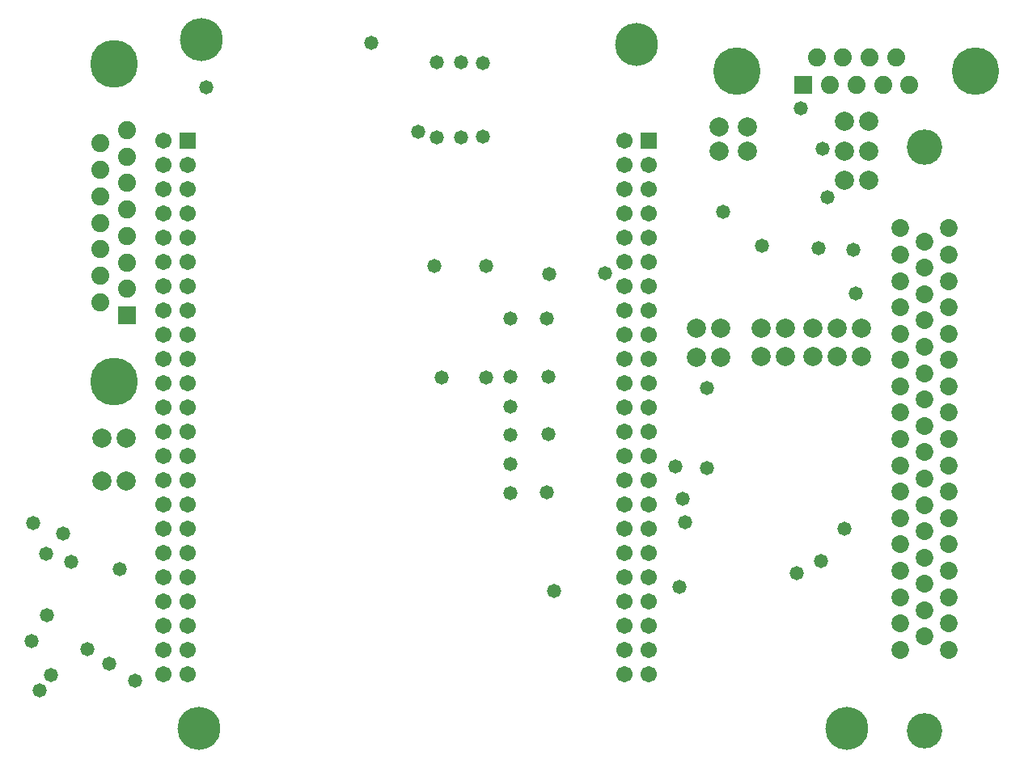
<source format=gbs>
G04*
G04 #@! TF.GenerationSoftware,Altium Limited,Altium Designer,19.0.10 (269)*
G04*
G04 Layer_Color=16711935*
%FSLAX25Y25*%
%MOIN*%
G70*
G01*
G75*
%ADD41C,0.14600*%
%ADD42C,0.07300*%
%ADD43C,0.06706*%
%ADD44R,0.06706X0.06706*%
%ADD45C,0.07887*%
%ADD46C,0.17729*%
%ADD47C,0.19540*%
%ADD48R,0.07453X0.07453*%
%ADD49C,0.07453*%
%ADD50R,0.07453X0.07453*%
%ADD51C,0.07453*%
%ADD52C,0.19698*%
%ADD53C,0.05800*%
D41*
X471500Y442000D02*
D03*
Y201449D02*
D03*
D42*
X481500Y234795D02*
D03*
X461500D02*
D03*
X481500Y256527D02*
D03*
Y267394D02*
D03*
Y278260D02*
D03*
Y289126D02*
D03*
Y299992D02*
D03*
Y310858D02*
D03*
Y321724D02*
D03*
Y332591D02*
D03*
Y343457D02*
D03*
Y354323D02*
D03*
Y365189D02*
D03*
Y376055D02*
D03*
Y386921D02*
D03*
Y397787D02*
D03*
Y408653D02*
D03*
X471500Y240268D02*
D03*
Y251131D02*
D03*
Y261995D02*
D03*
Y272858D02*
D03*
Y283722D02*
D03*
Y294585D02*
D03*
Y305449D02*
D03*
Y316312D02*
D03*
Y327176D02*
D03*
Y338039D02*
D03*
Y348903D02*
D03*
Y359766D02*
D03*
Y370630D02*
D03*
Y381493D02*
D03*
Y392357D02*
D03*
Y403220D02*
D03*
X461500Y245661D02*
D03*
Y256527D02*
D03*
Y267394D02*
D03*
Y278260D02*
D03*
Y289126D02*
D03*
Y299992D02*
D03*
Y310858D02*
D03*
Y321724D02*
D03*
Y332591D02*
D03*
Y343457D02*
D03*
Y354323D02*
D03*
Y365189D02*
D03*
Y376055D02*
D03*
Y386921D02*
D03*
X481500Y245661D02*
D03*
X461500Y397787D02*
D03*
Y408653D02*
D03*
D43*
X348000Y224898D02*
D03*
X358000D02*
D03*
X348000Y234898D02*
D03*
X358000D02*
D03*
X348000Y244898D02*
D03*
X358000D02*
D03*
X348000Y254898D02*
D03*
X358000D02*
D03*
X348000Y264898D02*
D03*
X358000D02*
D03*
X348000Y274898D02*
D03*
X358000D02*
D03*
X348000Y284898D02*
D03*
X358000D02*
D03*
X348000Y294898D02*
D03*
X358000D02*
D03*
X348000Y304898D02*
D03*
X358000D02*
D03*
X348000Y314898D02*
D03*
X358000D02*
D03*
X348000Y324898D02*
D03*
X358000D02*
D03*
X348000Y334898D02*
D03*
X358000D02*
D03*
X348000Y344898D02*
D03*
X358000D02*
D03*
X348000Y354898D02*
D03*
X358000D02*
D03*
X348000Y364898D02*
D03*
X358000D02*
D03*
X348000Y374898D02*
D03*
X358000D02*
D03*
X348000Y384898D02*
D03*
X358000D02*
D03*
X348000Y394898D02*
D03*
X358000D02*
D03*
X348000Y404898D02*
D03*
X358000D02*
D03*
X348000Y414898D02*
D03*
X358000D02*
D03*
X348000Y424898D02*
D03*
X358000D02*
D03*
X348000Y434898D02*
D03*
X358000D02*
D03*
X348000Y444898D02*
D03*
X158000D02*
D03*
X168000Y434898D02*
D03*
X158000D02*
D03*
X168000Y424898D02*
D03*
X158000D02*
D03*
X168000Y414898D02*
D03*
X158000D02*
D03*
X168000Y404898D02*
D03*
X158000D02*
D03*
X168000Y394898D02*
D03*
X158000D02*
D03*
X168000Y384898D02*
D03*
X158000D02*
D03*
X168000Y374898D02*
D03*
X158000D02*
D03*
X168000Y364898D02*
D03*
X158000D02*
D03*
X168000Y354898D02*
D03*
X158000D02*
D03*
X168000Y344898D02*
D03*
X158000D02*
D03*
X168000Y334898D02*
D03*
X158000D02*
D03*
X168000Y324898D02*
D03*
X158000D02*
D03*
X168000Y314898D02*
D03*
X158000D02*
D03*
X168000Y304898D02*
D03*
X158000D02*
D03*
X168000Y294898D02*
D03*
X158000D02*
D03*
X168000Y284898D02*
D03*
X158000D02*
D03*
X168000Y274898D02*
D03*
X158000D02*
D03*
X168000Y264898D02*
D03*
X158000D02*
D03*
X168000Y254898D02*
D03*
X158000D02*
D03*
X168000Y244898D02*
D03*
X158000D02*
D03*
X168000Y234898D02*
D03*
X158000D02*
D03*
X168000Y224898D02*
D03*
X158000D02*
D03*
D44*
X358000Y444898D02*
D03*
X168000D02*
D03*
D45*
X142466Y322188D02*
D03*
X132466D02*
D03*
X142500Y304293D02*
D03*
X132500D02*
D03*
X445642Y355725D02*
D03*
X435642D02*
D03*
X425642D02*
D03*
X445642Y367426D02*
D03*
X435642D02*
D03*
X425642D02*
D03*
X414276Y367578D02*
D03*
X404276D02*
D03*
X414276Y355718D02*
D03*
X404276D02*
D03*
X377500Y355500D02*
D03*
X387500D02*
D03*
X438500Y440500D02*
D03*
X448500D02*
D03*
X438500Y452736D02*
D03*
X448500D02*
D03*
X438500Y428500D02*
D03*
X448500D02*
D03*
X386736Y440500D02*
D03*
Y450500D02*
D03*
X398500Y440417D02*
D03*
Y450417D02*
D03*
X387500Y367500D02*
D03*
X377500D02*
D03*
D46*
X173500Y486500D02*
D03*
X439500Y202500D02*
D03*
X172500D02*
D03*
X353000Y484500D02*
D03*
D47*
X492693Y473409D02*
D03*
X394307D02*
D03*
D48*
X421689Y467819D02*
D03*
D49*
X427142Y479000D02*
D03*
X432594Y467819D02*
D03*
X438047Y479000D02*
D03*
X443500Y467819D02*
D03*
X448953Y479000D02*
D03*
X454405Y467819D02*
D03*
X459858Y479000D02*
D03*
X465311Y467819D02*
D03*
D50*
X142992Y372736D02*
D03*
D51*
X131811Y378189D02*
D03*
X142992Y383642D02*
D03*
X131811Y389094D02*
D03*
X142992Y394547D02*
D03*
X131811Y400000D02*
D03*
X142992Y405453D02*
D03*
X131811Y410906D02*
D03*
X142992Y416358D02*
D03*
X131811Y421811D02*
D03*
X142992Y427264D02*
D03*
X131811Y432717D02*
D03*
X142992Y438169D02*
D03*
X131811Y443622D02*
D03*
X142992Y449075D02*
D03*
D52*
X137402Y345315D02*
D03*
Y476496D02*
D03*
D53*
X140000Y268000D02*
D03*
X111500Y224500D02*
D03*
X107000Y218000D02*
D03*
X110000Y249200D02*
D03*
X103500Y238500D02*
D03*
X135691Y229101D02*
D03*
X120000Y271000D02*
D03*
X116500Y282620D02*
D03*
X126497Y235210D02*
D03*
X109574Y274293D02*
D03*
X146206Y222000D02*
D03*
X104116Y286935D02*
D03*
X243500Y485000D02*
D03*
X263000Y448500D02*
D03*
X289500Y476909D02*
D03*
X289443Y446500D02*
D03*
X175500Y466605D02*
D03*
X270500Y477000D02*
D03*
X319000Y259245D02*
D03*
X290900Y393000D02*
D03*
X269500D02*
D03*
X382000Y309812D02*
D03*
X272500Y347218D02*
D03*
X442261Y399607D02*
D03*
X420642Y458000D02*
D03*
X301000Y371315D02*
D03*
X427827Y400307D02*
D03*
X291000Y347218D02*
D03*
X372000Y297000D02*
D03*
X438500Y284700D02*
D03*
X317000Y389685D02*
D03*
X340000Y390245D02*
D03*
X404500Y401500D02*
D03*
X369000Y310572D02*
D03*
X370500Y260745D02*
D03*
X429000Y271500D02*
D03*
X443152Y381689D02*
D03*
X429500Y441500D02*
D03*
X431500Y421500D02*
D03*
X301000Y311500D02*
D03*
X280500Y477000D02*
D03*
Y446000D02*
D03*
X270500D02*
D03*
X301000Y347315D02*
D03*
Y299500D02*
D03*
Y323500D02*
D03*
Y335000D02*
D03*
X419000Y266295D02*
D03*
X373000Y287500D02*
D03*
X381771Y342815D02*
D03*
X316000Y371315D02*
D03*
X316500Y347315D02*
D03*
Y323815D02*
D03*
X316000Y299815D02*
D03*
X388500Y415434D02*
D03*
M02*

</source>
